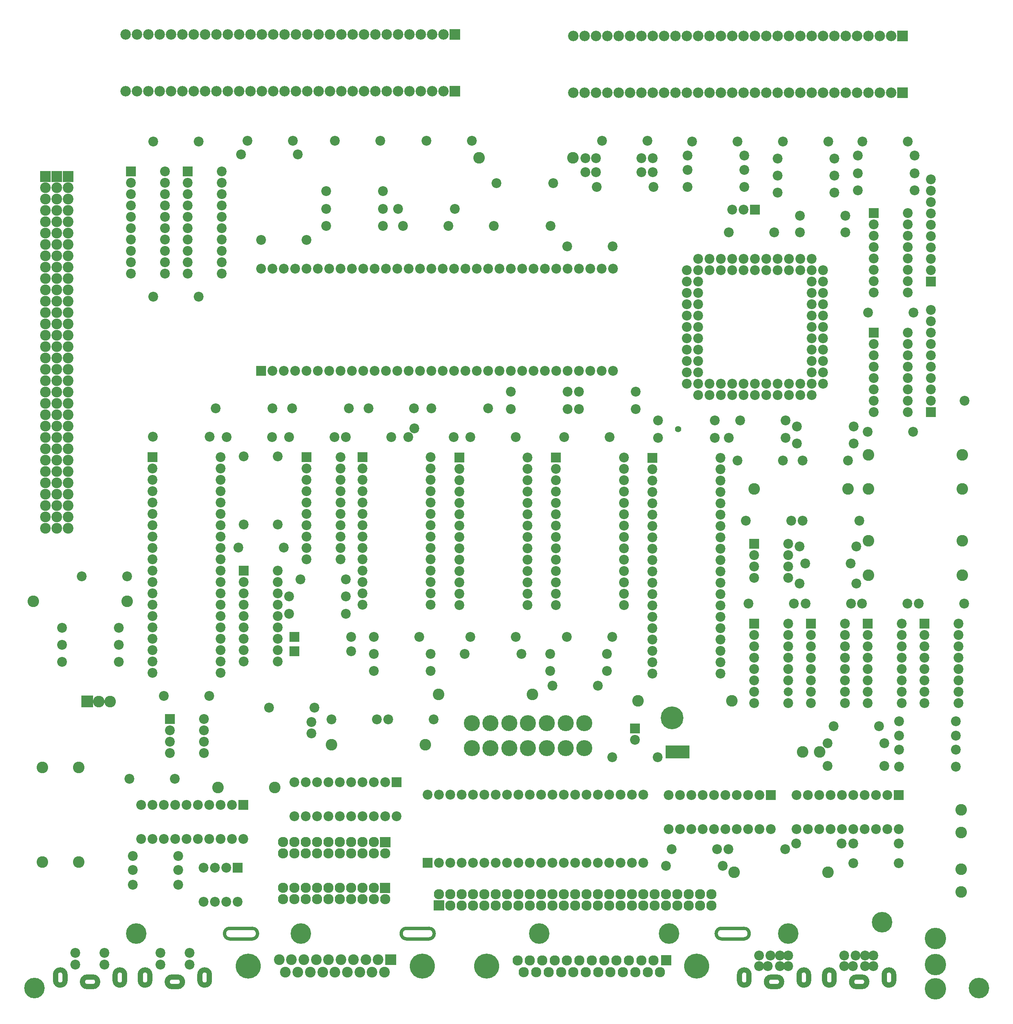
<source format=gbr>
%FSLAX34Y34*%
%MOMM*%
%LNSOLDERMASK_TOP*%
G71*
G01*
%ADD10C,2.200*%
%ADD11C,2.300*%
%ADD12C,2.000*%
%ADD13C,2.400*%
%ADD14C,2.200*%
%ADD15C,2.350*%
%ADD16C,3.600*%
%ADD17C,2.600*%
%ADD18C,2.600*%
%ADD19C,5.600*%
%ADD20C,5.100*%
%ADD21C,4.800*%
%ADD22C,1.400*%
%ADD23C,4.600*%
%ADD24C,1.200*%
%ADD25C,2.200*%
%ADD26C,0.800*%
%LPD*%
G36*
X373576Y678275D02*
X373576Y656275D01*
X351576Y656275D01*
X351576Y678275D01*
X373576Y678275D01*
G37*
X362576Y641875D02*
G54D10*
D03*
X362576Y616475D02*
G54D10*
D03*
X362575Y591075D02*
G54D10*
D03*
X438776Y591075D02*
G54D10*
D03*
X438776Y616475D02*
G54D10*
D03*
X438776Y641875D02*
G54D10*
D03*
X438775Y667275D02*
G54D10*
D03*
G36*
X537653Y464456D02*
X515653Y464456D01*
X515653Y486456D01*
X537653Y486456D01*
X537653Y464456D01*
G37*
X501253Y475456D02*
G54D10*
D03*
X475853Y475456D02*
G54D10*
D03*
X450453Y475456D02*
G54D10*
D03*
X425053Y475456D02*
G54D10*
D03*
X399653Y475456D02*
G54D10*
D03*
X374253Y475456D02*
G54D10*
D03*
X348853Y475456D02*
G54D10*
D03*
X323453Y475456D02*
G54D10*
D03*
X298053Y475456D02*
G54D10*
D03*
X298053Y399256D02*
G54D10*
D03*
X323453Y399256D02*
G54D10*
D03*
X348853Y399256D02*
G54D10*
D03*
X374253Y399256D02*
G54D10*
D03*
X399653Y399256D02*
G54D10*
D03*
X425053Y399256D02*
G54D10*
D03*
X450453Y399256D02*
G54D10*
D03*
X475853Y399256D02*
G54D10*
D03*
X501253Y399256D02*
G54D10*
D03*
X526653Y399256D02*
G54D10*
D03*
G36*
X525450Y324000D02*
X503450Y324000D01*
X503450Y346000D01*
X525450Y346000D01*
X525450Y324000D01*
G37*
X489050Y335000D02*
G54D10*
D03*
X463650Y335000D02*
G54D10*
D03*
X438250Y335000D02*
G54D10*
D03*
X438250Y258800D02*
G54D10*
D03*
X463650Y258800D02*
G54D10*
D03*
X489050Y258800D02*
G54D10*
D03*
X514450Y258800D02*
G54D10*
D03*
G36*
X880703Y515000D02*
X858703Y515000D01*
X858703Y537000D01*
X880703Y537000D01*
X880703Y515000D01*
G37*
X844303Y526000D02*
G54D10*
D03*
X818903Y526000D02*
G54D10*
D03*
X793503Y526000D02*
G54D10*
D03*
X768103Y526000D02*
G54D10*
D03*
X742703Y526000D02*
G54D10*
D03*
X717303Y526000D02*
G54D10*
D03*
X691903Y526000D02*
G54D10*
D03*
X666503Y526000D02*
G54D10*
D03*
X641103Y526000D02*
G54D10*
D03*
X641103Y449800D02*
G54D10*
D03*
X666503Y449800D02*
G54D10*
D03*
X691903Y449800D02*
G54D10*
D03*
X717303Y449800D02*
G54D10*
D03*
X742703Y449800D02*
G54D10*
D03*
X768103Y449800D02*
G54D10*
D03*
X793503Y449800D02*
G54D10*
D03*
X818903Y449800D02*
G54D10*
D03*
X844303Y449800D02*
G54D10*
D03*
X869703Y449800D02*
G54D10*
D03*
G36*
X856100Y380500D02*
X833100Y380500D01*
X833100Y403500D01*
X856100Y403500D01*
X856100Y380500D01*
G37*
X844600Y366600D02*
G54D11*
D03*
X819200Y392000D02*
G54D11*
D03*
X819200Y366600D02*
G54D11*
D03*
X793800Y392000D02*
G54D11*
D03*
X793800Y366600D02*
G54D11*
D03*
X768400Y392000D02*
G54D11*
D03*
X768400Y366600D02*
G54D11*
D03*
X743000Y392000D02*
G54D11*
D03*
X743000Y366600D02*
G54D11*
D03*
X717600Y392000D02*
G54D11*
D03*
X717600Y366600D02*
G54D11*
D03*
X692200Y392000D02*
G54D11*
D03*
X692200Y366600D02*
G54D11*
D03*
X666800Y392000D02*
G54D11*
D03*
X666800Y366600D02*
G54D11*
D03*
X641400Y392000D02*
G54D11*
D03*
X641400Y366600D02*
G54D11*
D03*
X616000Y392000D02*
G54D11*
D03*
X616000Y366600D02*
G54D11*
D03*
G36*
X855850Y278000D02*
X832850Y278000D01*
X832850Y301000D01*
X855850Y301000D01*
X855850Y278000D01*
G37*
X844350Y264100D02*
G54D11*
D03*
X818950Y289500D02*
G54D11*
D03*
X818950Y264100D02*
G54D11*
D03*
X793550Y289500D02*
G54D11*
D03*
X793550Y264100D02*
G54D11*
D03*
X768150Y289500D02*
G54D11*
D03*
X768150Y264100D02*
G54D11*
D03*
X742750Y289500D02*
G54D11*
D03*
X742750Y264100D02*
G54D11*
D03*
X717350Y289500D02*
G54D11*
D03*
X717350Y264100D02*
G54D11*
D03*
X691950Y289500D02*
G54D11*
D03*
X691950Y264100D02*
G54D11*
D03*
X666550Y289500D02*
G54D11*
D03*
X666550Y264100D02*
G54D11*
D03*
X641150Y289500D02*
G54D11*
D03*
X641150Y264100D02*
G54D11*
D03*
X615750Y289500D02*
G54D11*
D03*
X615750Y264100D02*
G54D11*
D03*
G36*
X679250Y1264500D02*
X679250Y1242500D01*
X657250Y1242500D01*
X657250Y1264500D01*
X679250Y1264500D01*
G37*
X668250Y1228100D02*
G54D10*
D03*
X668250Y1202700D02*
G54D10*
D03*
X668250Y1177300D02*
G54D10*
D03*
X668250Y1151900D02*
G54D10*
D03*
X668250Y1126500D02*
G54D10*
D03*
X668250Y1101100D02*
G54D10*
D03*
X668250Y1075700D02*
G54D10*
D03*
X668250Y1050300D02*
G54D10*
D03*
X668250Y1024900D02*
G54D10*
D03*
X744450Y1024900D02*
G54D10*
D03*
X744450Y1050300D02*
G54D10*
D03*
X744450Y1075700D02*
G54D10*
D03*
X744450Y1101100D02*
G54D10*
D03*
X744450Y1126500D02*
G54D10*
D03*
X744450Y1151900D02*
G54D10*
D03*
X744450Y1177300D02*
G54D10*
D03*
X744450Y1202700D02*
G54D10*
D03*
X744450Y1228100D02*
G54D10*
D03*
X744450Y1253500D02*
G54D10*
D03*
X604200Y1254750D02*
G54D10*
D03*
X604200Y1102350D02*
G54D10*
D03*
X528000Y1102350D02*
G54D10*
D03*
X528000Y1254750D02*
G54D10*
D03*
G36*
X334850Y1263934D02*
X334850Y1241934D01*
X312850Y1241934D01*
X312850Y1263934D01*
X334850Y1263934D01*
G37*
X323850Y1227534D02*
G54D10*
D03*
X323850Y1202134D02*
G54D10*
D03*
X323850Y1176734D02*
G54D10*
D03*
X323850Y1151334D02*
G54D10*
D03*
X323850Y1125934D02*
G54D10*
D03*
X323850Y1100534D02*
G54D10*
D03*
X323850Y1075134D02*
G54D10*
D03*
X323850Y1049734D02*
G54D10*
D03*
X323850Y1024334D02*
G54D10*
D03*
X323850Y998934D02*
G54D10*
D03*
X323850Y973534D02*
G54D10*
D03*
X323850Y948134D02*
G54D10*
D03*
X323850Y922734D02*
G54D10*
D03*
X323850Y897334D02*
G54D10*
D03*
X323850Y871934D02*
G54D10*
D03*
X323850Y846534D02*
G54D10*
D03*
X323850Y821134D02*
G54D10*
D03*
X323850Y795734D02*
G54D10*
D03*
X323850Y770334D02*
G54D10*
D03*
X476250Y770334D02*
G54D10*
D03*
X476250Y795734D02*
G54D10*
D03*
X476250Y821134D02*
G54D10*
D03*
X476250Y846534D02*
G54D10*
D03*
X476250Y871934D02*
G54D10*
D03*
X476250Y897334D02*
G54D10*
D03*
X476250Y922734D02*
G54D10*
D03*
X476250Y948134D02*
G54D10*
D03*
X476250Y973534D02*
G54D10*
D03*
X476250Y998934D02*
G54D10*
D03*
X476250Y1024334D02*
G54D10*
D03*
X476250Y1049734D02*
G54D10*
D03*
X476250Y1075134D02*
G54D10*
D03*
X476250Y1100534D02*
G54D10*
D03*
X476250Y1125934D02*
G54D10*
D03*
X476250Y1151334D02*
G54D10*
D03*
X476250Y1176734D02*
G54D10*
D03*
X476250Y1202134D02*
G54D10*
D03*
X476250Y1227534D02*
G54D10*
D03*
X476250Y1252934D02*
G54D10*
D03*
G36*
X953250Y261850D02*
X976250Y261850D01*
X976250Y238850D01*
X953250Y238850D01*
X953250Y261850D01*
G37*
X964750Y275750D02*
G54D11*
D03*
X990150Y250350D02*
G54D11*
D03*
X990150Y275750D02*
G54D11*
D03*
X1015550Y250350D02*
G54D11*
D03*
X1015550Y275750D02*
G54D11*
D03*
X1040950Y250350D02*
G54D11*
D03*
X1040950Y275750D02*
G54D11*
D03*
X1066350Y250350D02*
G54D11*
D03*
X1066350Y275750D02*
G54D11*
D03*
X1091750Y250350D02*
G54D11*
D03*
X1091750Y275750D02*
G54D11*
D03*
X1117150Y250350D02*
G54D11*
D03*
X1117150Y275750D02*
G54D11*
D03*
X1142550Y250350D02*
G54D11*
D03*
X1142550Y275750D02*
G54D11*
D03*
X1167950Y250350D02*
G54D11*
D03*
X1167950Y275750D02*
G54D11*
D03*
X1193350Y250350D02*
G54D11*
D03*
X1193350Y275750D02*
G54D11*
D03*
X1218750Y250350D02*
G54D11*
D03*
X1218750Y275750D02*
G54D11*
D03*
X1244150Y250350D02*
G54D11*
D03*
X1244150Y275750D02*
G54D11*
D03*
X1269550Y250350D02*
G54D11*
D03*
X1269550Y275750D02*
G54D11*
D03*
X1294950Y250350D02*
G54D11*
D03*
X1294950Y275750D02*
G54D11*
D03*
X1320350Y250350D02*
G54D11*
D03*
X1320350Y275750D02*
G54D11*
D03*
X1345750Y250350D02*
G54D11*
D03*
X1345750Y275750D02*
G54D11*
D03*
X1371150Y250350D02*
G54D11*
D03*
X1371150Y275750D02*
G54D11*
D03*
X1396550Y250350D02*
G54D11*
D03*
X1396550Y275750D02*
G54D11*
D03*
X1421950Y250350D02*
G54D11*
D03*
X1421950Y275750D02*
G54D11*
D03*
X1447350Y250350D02*
G54D11*
D03*
X1447350Y275750D02*
G54D11*
D03*
X1472750Y250350D02*
G54D11*
D03*
X1472750Y275750D02*
G54D11*
D03*
X1498150Y250350D02*
G54D11*
D03*
X1498150Y275750D02*
G54D11*
D03*
X1523550Y250350D02*
G54D11*
D03*
X1523550Y275750D02*
G54D11*
D03*
X1548950Y250350D02*
G54D11*
D03*
X1548950Y275750D02*
G54D11*
D03*
X1574350Y250350D02*
G54D11*
D03*
X1574350Y275750D02*
G54D11*
D03*
G36*
X928603Y357012D02*
X950603Y357012D01*
X950603Y335012D01*
X928603Y335012D01*
X928603Y357012D01*
G37*
X965003Y346012D02*
G54D10*
D03*
X990403Y346012D02*
G54D10*
D03*
X1015803Y346012D02*
G54D10*
D03*
X1041203Y346012D02*
G54D10*
D03*
X1066603Y346012D02*
G54D10*
D03*
X1092003Y346012D02*
G54D10*
D03*
X1117403Y346012D02*
G54D10*
D03*
X1142803Y346012D02*
G54D10*
D03*
X1168203Y346012D02*
G54D10*
D03*
X1193603Y346012D02*
G54D10*
D03*
X1219003Y346012D02*
G54D10*
D03*
X1244403Y346012D02*
G54D10*
D03*
X1269803Y346012D02*
G54D10*
D03*
X1295203Y346012D02*
G54D10*
D03*
X1320603Y346012D02*
G54D10*
D03*
X1346003Y346012D02*
G54D10*
D03*
X1371403Y346012D02*
G54D10*
D03*
X1396803Y346012D02*
G54D10*
D03*
X1422203Y346012D02*
G54D10*
D03*
X1422203Y498412D02*
G54D10*
D03*
X1396803Y498412D02*
G54D10*
D03*
X1371403Y498412D02*
G54D10*
D03*
X1346003Y498412D02*
G54D10*
D03*
X1320603Y498412D02*
G54D10*
D03*
X1295203Y498412D02*
G54D10*
D03*
X1269803Y498412D02*
G54D10*
D03*
X1244403Y498412D02*
G54D10*
D03*
X1219003Y498412D02*
G54D10*
D03*
X1193603Y498412D02*
G54D10*
D03*
X1168203Y498413D02*
G54D10*
D03*
X1142803Y498412D02*
G54D10*
D03*
X1117403Y498412D02*
G54D10*
D03*
X1092003Y498412D02*
G54D10*
D03*
X1066603Y498412D02*
G54D10*
D03*
X1041203Y498412D02*
G54D10*
D03*
X1015803Y498412D02*
G54D10*
D03*
X990403Y498412D02*
G54D10*
D03*
X965003Y498412D02*
G54D10*
D03*
X939603Y498412D02*
G54D10*
D03*
G36*
X1718703Y486206D02*
X1696703Y486206D01*
X1696703Y508206D01*
X1718703Y508206D01*
X1718703Y486206D01*
G37*
X1682303Y497206D02*
G54D10*
D03*
X1656903Y497206D02*
G54D10*
D03*
X1631503Y497206D02*
G54D10*
D03*
X1606103Y497206D02*
G54D10*
D03*
X1580703Y497206D02*
G54D10*
D03*
X1555303Y497206D02*
G54D10*
D03*
X1529903Y497206D02*
G54D10*
D03*
X1504503Y497206D02*
G54D10*
D03*
X1479103Y497206D02*
G54D10*
D03*
X1479103Y421006D02*
G54D10*
D03*
X1504503Y421006D02*
G54D10*
D03*
X1529903Y421006D02*
G54D10*
D03*
X1555303Y421006D02*
G54D10*
D03*
X1580703Y421006D02*
G54D10*
D03*
X1606103Y421006D02*
G54D10*
D03*
X1631503Y421006D02*
G54D10*
D03*
X1656903Y421006D02*
G54D10*
D03*
X1682303Y421006D02*
G54D10*
D03*
X1707703Y421006D02*
G54D10*
D03*
G36*
X2004453Y486206D02*
X1982453Y486206D01*
X1982453Y508206D01*
X2004453Y508206D01*
X2004453Y486206D01*
G37*
X1968053Y497206D02*
G54D10*
D03*
X1942653Y497206D02*
G54D10*
D03*
X1917253Y497206D02*
G54D10*
D03*
X1891853Y497206D02*
G54D10*
D03*
X1866453Y497206D02*
G54D10*
D03*
X1841053Y497206D02*
G54D10*
D03*
X1815653Y497206D02*
G54D10*
D03*
X1790253Y497206D02*
G54D10*
D03*
X1764853Y497206D02*
G54D10*
D03*
X1764853Y421006D02*
G54D10*
D03*
X1790253Y421006D02*
G54D10*
D03*
X1815653Y421006D02*
G54D10*
D03*
X1841053Y421006D02*
G54D10*
D03*
X1866453Y421006D02*
G54D10*
D03*
X1891853Y421006D02*
G54D10*
D03*
X1917253Y421006D02*
G54D10*
D03*
X1942653Y421006D02*
G54D10*
D03*
X1968053Y421006D02*
G54D10*
D03*
X1993453Y421006D02*
G54D10*
D03*
G36*
X2062050Y892062D02*
X2062050Y870062D01*
X2040050Y870062D01*
X2040050Y892062D01*
X2062050Y892062D01*
G37*
X2051050Y855662D02*
G54D10*
D03*
X2051050Y830262D02*
G54D10*
D03*
X2051050Y804862D02*
G54D10*
D03*
X2051050Y779462D02*
G54D10*
D03*
X2051050Y754062D02*
G54D10*
D03*
X2051050Y728662D02*
G54D10*
D03*
X2051050Y703262D02*
G54D10*
D03*
X2127251Y703262D02*
G54D10*
D03*
X2127251Y728662D02*
G54D10*
D03*
X2127251Y754062D02*
G54D10*
D03*
X2127251Y779462D02*
G54D10*
D03*
X2127251Y804862D02*
G54D10*
D03*
X2127251Y830262D02*
G54D10*
D03*
X2127251Y855662D02*
G54D10*
D03*
X2127251Y881062D02*
G54D10*
D03*
G36*
X1935050Y892062D02*
X1935050Y870062D01*
X1913050Y870062D01*
X1913050Y892062D01*
X1935050Y892062D01*
G37*
X1924050Y855662D02*
G54D10*
D03*
X1924050Y830262D02*
G54D10*
D03*
X1924050Y804863D02*
G54D10*
D03*
X1924050Y779463D02*
G54D10*
D03*
X1924050Y754062D02*
G54D10*
D03*
X1924050Y728662D02*
G54D10*
D03*
X1924050Y703262D02*
G54D10*
D03*
X2000250Y703262D02*
G54D10*
D03*
X2000250Y728662D02*
G54D10*
D03*
X2000250Y754062D02*
G54D10*
D03*
X2000250Y779462D02*
G54D10*
D03*
X2000250Y804862D02*
G54D10*
D03*
X2000250Y830262D02*
G54D10*
D03*
X2000250Y855662D02*
G54D10*
D03*
X2000250Y881062D02*
G54D10*
D03*
G36*
X1808050Y892062D02*
X1808050Y870062D01*
X1786050Y870062D01*
X1786050Y892062D01*
X1808050Y892062D01*
G37*
X1797050Y855662D02*
G54D10*
D03*
X1797050Y830262D02*
G54D10*
D03*
X1797050Y804862D02*
G54D10*
D03*
X1797050Y779462D02*
G54D10*
D03*
X1797050Y754062D02*
G54D10*
D03*
X1797050Y728662D02*
G54D10*
D03*
X1797050Y703262D02*
G54D10*
D03*
X1873250Y703262D02*
G54D10*
D03*
X1873250Y728662D02*
G54D10*
D03*
X1873250Y754062D02*
G54D10*
D03*
X1873250Y779462D02*
G54D10*
D03*
X1873250Y804862D02*
G54D10*
D03*
X1873250Y830262D02*
G54D10*
D03*
X1873250Y855662D02*
G54D10*
D03*
X1873250Y881062D02*
G54D10*
D03*
G36*
X1681050Y892062D02*
X1681050Y870062D01*
X1659050Y870062D01*
X1659050Y892062D01*
X1681050Y892062D01*
G37*
X1670050Y855663D02*
G54D10*
D03*
X1670050Y830262D02*
G54D10*
D03*
X1670050Y804862D02*
G54D10*
D03*
X1670050Y779462D02*
G54D10*
D03*
X1670050Y754062D02*
G54D10*
D03*
X1670050Y728662D02*
G54D10*
D03*
X1670050Y703262D02*
G54D10*
D03*
X1746250Y703262D02*
G54D10*
D03*
X1746250Y728662D02*
G54D12*
D03*
X1746250Y754062D02*
G54D10*
D03*
X1746250Y779463D02*
G54D10*
D03*
X1746250Y804862D02*
G54D10*
D03*
X1746250Y830263D02*
G54D10*
D03*
X1746250Y855662D02*
G54D10*
D03*
X1746250Y881062D02*
G54D10*
D03*
G36*
X1681447Y1070656D02*
X1681447Y1048656D01*
X1659447Y1048656D01*
X1659447Y1070656D01*
X1681447Y1070656D01*
G37*
X1670447Y1034256D02*
G54D10*
D03*
X1670447Y1008856D02*
G54D10*
D03*
X1670447Y983456D02*
G54D10*
D03*
X1746647Y983456D02*
G54D10*
D03*
X1746647Y1008856D02*
G54D10*
D03*
X1746647Y1034256D02*
G54D10*
D03*
X1746647Y1059656D02*
G54D10*
D03*
G36*
X1453244Y1262744D02*
X1453244Y1240744D01*
X1431244Y1240744D01*
X1431244Y1262744D01*
X1453244Y1262744D01*
G37*
X1442244Y1226344D02*
G54D10*
D03*
X1442244Y1200944D02*
G54D10*
D03*
X1442244Y1175544D02*
G54D10*
D03*
X1442244Y1150144D02*
G54D10*
D03*
X1442244Y1124744D02*
G54D10*
D03*
X1442244Y1099344D02*
G54D10*
D03*
X1442244Y1073944D02*
G54D10*
D03*
X1442244Y1048544D02*
G54D10*
D03*
X1442244Y1023144D02*
G54D10*
D03*
X1442244Y997744D02*
G54D10*
D03*
X1442244Y972344D02*
G54D10*
D03*
X1442244Y946944D02*
G54D10*
D03*
X1442244Y921544D02*
G54D10*
D03*
X1442244Y896144D02*
G54D10*
D03*
X1442244Y870744D02*
G54D10*
D03*
X1442244Y845344D02*
G54D10*
D03*
X1442244Y819944D02*
G54D10*
D03*
X1442244Y794544D02*
G54D10*
D03*
X1442244Y769144D02*
G54D10*
D03*
X1594644Y769144D02*
G54D10*
D03*
X1594644Y794544D02*
G54D10*
D03*
X1594644Y819944D02*
G54D10*
D03*
X1594644Y845344D02*
G54D10*
D03*
X1594644Y870744D02*
G54D10*
D03*
X1594644Y896144D02*
G54D10*
D03*
X1594644Y921544D02*
G54D10*
D03*
X1594644Y946944D02*
G54D10*
D03*
X1594644Y972344D02*
G54D10*
D03*
X1594644Y997744D02*
G54D10*
D03*
X1594644Y1023144D02*
G54D10*
D03*
X1594644Y1048544D02*
G54D10*
D03*
X1594644Y1073944D02*
G54D10*
D03*
X1594644Y1099344D02*
G54D10*
D03*
X1594644Y1124744D02*
G54D10*
D03*
X1594644Y1150144D02*
G54D10*
D03*
X1594644Y1175544D02*
G54D10*
D03*
X1594644Y1200944D02*
G54D10*
D03*
X1594644Y1226344D02*
G54D10*
D03*
X1594644Y1251744D02*
G54D10*
D03*
G36*
X1237741Y1263141D02*
X1237741Y1241141D01*
X1215741Y1241141D01*
X1215741Y1263141D01*
X1237741Y1263141D01*
G37*
X1226741Y1226741D02*
G54D10*
D03*
X1226741Y1201341D02*
G54D10*
D03*
X1226741Y1175941D02*
G54D10*
D03*
X1226741Y1150541D02*
G54D10*
D03*
X1226741Y1125141D02*
G54D10*
D03*
X1226741Y1099741D02*
G54D10*
D03*
X1226741Y1074341D02*
G54D10*
D03*
X1226741Y1048941D02*
G54D10*
D03*
X1226741Y1023541D02*
G54D10*
D03*
X1226741Y998141D02*
G54D10*
D03*
X1226741Y972741D02*
G54D10*
D03*
X1226741Y947341D02*
G54D10*
D03*
X1226741Y921941D02*
G54D10*
D03*
X1379141Y921941D02*
G54D10*
D03*
X1379141Y947341D02*
G54D10*
D03*
X1379141Y972741D02*
G54D10*
D03*
X1379141Y998141D02*
G54D10*
D03*
X1379141Y1023541D02*
G54D10*
D03*
X1379141Y1048941D02*
G54D10*
D03*
X1379141Y1074341D02*
G54D10*
D03*
X1379141Y1099741D02*
G54D10*
D03*
X1379141Y1125141D02*
G54D10*
D03*
X1379141Y1150541D02*
G54D10*
D03*
X1379141Y1175941D02*
G54D10*
D03*
X1379141Y1201341D02*
G54D10*
D03*
X1379141Y1226741D02*
G54D10*
D03*
X1379141Y1252141D02*
G54D10*
D03*
G36*
X1021841Y1263538D02*
X1021841Y1241538D01*
X999841Y1241538D01*
X999841Y1263538D01*
X1021841Y1263538D01*
G37*
X1010841Y1227138D02*
G54D10*
D03*
X1010841Y1201738D02*
G54D10*
D03*
X1010841Y1176338D02*
G54D10*
D03*
X1010841Y1150938D02*
G54D10*
D03*
X1010841Y1125538D02*
G54D10*
D03*
X1010841Y1100138D02*
G54D10*
D03*
X1010841Y1074738D02*
G54D10*
D03*
X1010841Y1049338D02*
G54D10*
D03*
X1010841Y1023938D02*
G54D10*
D03*
X1010841Y998538D02*
G54D10*
D03*
X1010841Y973138D02*
G54D10*
D03*
X1010841Y947738D02*
G54D10*
D03*
X1010841Y922337D02*
G54D10*
D03*
X1163241Y922338D02*
G54D10*
D03*
X1163241Y947738D02*
G54D10*
D03*
X1163241Y973138D02*
G54D10*
D03*
X1163241Y998538D02*
G54D10*
D03*
X1163241Y1023938D02*
G54D10*
D03*
X1163241Y1049338D02*
G54D10*
D03*
X1163241Y1074738D02*
G54D10*
D03*
X1163241Y1100138D02*
G54D10*
D03*
X1163241Y1125538D02*
G54D10*
D03*
X1163241Y1150938D02*
G54D10*
D03*
X1163241Y1176338D02*
G54D10*
D03*
X1163241Y1201738D02*
G54D10*
D03*
X1163241Y1227138D02*
G54D10*
D03*
X1163241Y1252538D02*
G54D10*
D03*
G36*
X805147Y1263934D02*
X805147Y1241934D01*
X783147Y1241934D01*
X783147Y1263934D01*
X805147Y1263934D01*
G37*
X794147Y1227534D02*
G54D10*
D03*
X794147Y1202134D02*
G54D10*
D03*
X794147Y1176734D02*
G54D10*
D03*
X794147Y1151334D02*
G54D10*
D03*
X794147Y1125934D02*
G54D10*
D03*
X794147Y1100534D02*
G54D10*
D03*
X794147Y1075134D02*
G54D10*
D03*
X794147Y1049734D02*
G54D10*
D03*
X794147Y1024334D02*
G54D10*
D03*
X794147Y998934D02*
G54D10*
D03*
X794147Y973534D02*
G54D10*
D03*
X794147Y948134D02*
G54D10*
D03*
X794147Y922734D02*
G54D10*
D03*
X946547Y922734D02*
G54D10*
D03*
X946547Y948134D02*
G54D10*
D03*
X946547Y973534D02*
G54D10*
D03*
X946547Y998934D02*
G54D10*
D03*
X946547Y1024334D02*
G54D10*
D03*
X946547Y1049734D02*
G54D10*
D03*
X946547Y1075134D02*
G54D10*
D03*
X946547Y1100534D02*
G54D10*
D03*
X946547Y1125934D02*
G54D10*
D03*
X946547Y1151334D02*
G54D10*
D03*
X946547Y1176734D02*
G54D10*
D03*
X946547Y1202134D02*
G54D10*
D03*
X946547Y1227534D02*
G54D10*
D03*
X946547Y1252934D02*
G54D10*
D03*
G36*
X538844Y1009934D02*
X538844Y987934D01*
X516844Y987934D01*
X516844Y1009934D01*
X538844Y1009934D01*
G37*
X527844Y973534D02*
G54D10*
D03*
X527844Y948134D02*
G54D10*
D03*
X527844Y922734D02*
G54D10*
D03*
X527844Y897334D02*
G54D10*
D03*
X527844Y871934D02*
G54D10*
D03*
X527844Y846534D02*
G54D10*
D03*
X527844Y821134D02*
G54D10*
D03*
X527844Y795734D02*
G54D10*
D03*
X604044Y795734D02*
G54D10*
D03*
X604044Y821134D02*
G54D10*
D03*
X604044Y846534D02*
G54D10*
D03*
X604044Y871934D02*
G54D10*
D03*
X604044Y897334D02*
G54D10*
D03*
X604044Y922734D02*
G54D10*
D03*
X604044Y948134D02*
G54D10*
D03*
X604044Y973534D02*
G54D10*
D03*
X604044Y998934D02*
G54D10*
D03*
G36*
X1948544Y1542938D02*
X1948544Y1520938D01*
X1926544Y1520938D01*
X1926544Y1542938D01*
X1948544Y1542938D01*
G37*
X1937544Y1506538D02*
G54D10*
D03*
X1937544Y1481138D02*
G54D10*
D03*
X1937544Y1455738D02*
G54D10*
D03*
X1937544Y1430338D02*
G54D10*
D03*
X1937544Y1404938D02*
G54D10*
D03*
X1937544Y1379538D02*
G54D10*
D03*
X1937544Y1354138D02*
G54D10*
D03*
X2013743Y1354138D02*
G54D10*
D03*
X2013743Y1379538D02*
G54D10*
D03*
X2013743Y1404938D02*
G54D10*
D03*
X2013743Y1430338D02*
G54D10*
D03*
X2013743Y1455738D02*
G54D10*
D03*
X2013743Y1481138D02*
G54D10*
D03*
X2013743Y1506538D02*
G54D10*
D03*
X2013743Y1531938D02*
G54D10*
D03*
G36*
X1948941Y1810431D02*
X1948941Y1788431D01*
X1926941Y1788431D01*
X1926941Y1810431D01*
X1948941Y1810431D01*
G37*
X1937941Y1774031D02*
G54D10*
D03*
X1937941Y1748631D02*
G54D10*
D03*
X1937941Y1723231D02*
G54D10*
D03*
X1937941Y1697831D02*
G54D10*
D03*
X1937941Y1672431D02*
G54D10*
D03*
X1937941Y1647031D02*
G54D10*
D03*
X1937941Y1621631D02*
G54D10*
D03*
X2014140Y1621631D02*
G54D10*
D03*
X2014140Y1647031D02*
G54D10*
D03*
X2014140Y1672431D02*
G54D10*
D03*
X2014140Y1697831D02*
G54D10*
D03*
X2014140Y1723231D02*
G54D10*
D03*
X2014140Y1748631D02*
G54D10*
D03*
X2014140Y1774031D02*
G54D10*
D03*
X2014140Y1799431D02*
G54D10*
D03*
G36*
X1683034Y1796369D02*
X1661034Y1796369D01*
X1661034Y1818369D01*
X1683034Y1818369D01*
X1683034Y1796369D01*
G37*
X1646635Y1807369D02*
G54D10*
D03*
X1621234Y1807369D02*
G54D10*
D03*
G36*
X413431Y1903300D02*
X413431Y1881300D01*
X391431Y1881300D01*
X391431Y1903300D01*
X413431Y1903300D01*
G37*
X402431Y1866900D02*
G54D10*
D03*
X402431Y1841500D02*
G54D10*
D03*
X402431Y1816100D02*
G54D10*
D03*
X402431Y1790700D02*
G54D10*
D03*
X402431Y1765300D02*
G54D10*
D03*
X402431Y1739900D02*
G54D10*
D03*
X402431Y1714500D02*
G54D10*
D03*
X402431Y1689100D02*
G54D10*
D03*
X402431Y1663700D02*
G54D10*
D03*
X478631Y1663700D02*
G54D10*
D03*
X478631Y1689100D02*
G54D10*
D03*
X478631Y1714500D02*
G54D10*
D03*
X478631Y1739900D02*
G54D10*
D03*
X478631Y1765300D02*
G54D10*
D03*
X478631Y1790700D02*
G54D10*
D03*
X478631Y1816100D02*
G54D10*
D03*
X478631Y1841500D02*
G54D10*
D03*
X478631Y1866900D02*
G54D10*
D03*
X478631Y1892300D02*
G54D10*
D03*
G36*
X286431Y1903300D02*
X286431Y1881300D01*
X264431Y1881300D01*
X264431Y1903300D01*
X286431Y1903300D01*
G37*
X275431Y1866900D02*
G54D10*
D03*
X275431Y1841500D02*
G54D10*
D03*
X275431Y1816100D02*
G54D10*
D03*
X275431Y1790700D02*
G54D10*
D03*
X275431Y1765300D02*
G54D10*
D03*
X275431Y1739900D02*
G54D10*
D03*
X275431Y1714500D02*
G54D10*
D03*
X275431Y1689100D02*
G54D10*
D03*
X275431Y1663700D02*
G54D10*
D03*
X351631Y1663700D02*
G54D10*
D03*
X351631Y1689100D02*
G54D10*
D03*
X351631Y1714500D02*
G54D10*
D03*
X351631Y1739900D02*
G54D10*
D03*
X351631Y1765300D02*
G54D10*
D03*
X351631Y1790700D02*
G54D10*
D03*
X351631Y1816100D02*
G54D10*
D03*
X351631Y1841500D02*
G54D10*
D03*
X351631Y1866900D02*
G54D10*
D03*
X351631Y1892300D02*
G54D10*
D03*
G36*
X577738Y1435212D02*
X555738Y1435212D01*
X555738Y1457212D01*
X577738Y1457212D01*
X577738Y1435212D01*
G37*
X592138Y1446212D02*
G54D10*
D03*
X617538Y1446212D02*
G54D10*
D03*
X642938Y1446212D02*
G54D10*
D03*
X668338Y1446212D02*
G54D10*
D03*
X693738Y1446212D02*
G54D10*
D03*
X719138Y1446212D02*
G54D10*
D03*
X744538Y1446212D02*
G54D10*
D03*
X769938Y1446212D02*
G54D10*
D03*
X795338Y1446212D02*
G54D10*
D03*
X820738Y1446212D02*
G54D10*
D03*
X846138Y1446212D02*
G54D10*
D03*
X871538Y1446212D02*
G54D10*
D03*
X896937Y1446212D02*
G54D10*
D03*
X922338Y1446212D02*
G54D10*
D03*
X947738Y1446212D02*
G54D10*
D03*
X973138Y1446212D02*
G54D10*
D03*
X998538Y1446212D02*
G54D10*
D03*
X1023938Y1446212D02*
G54D10*
D03*
X1049338Y1446212D02*
G54D10*
D03*
X1074738Y1446212D02*
G54D10*
D03*
X1100138Y1446212D02*
G54D10*
D03*
X1125538Y1446212D02*
G54D10*
D03*
X1150938Y1446212D02*
G54D10*
D03*
X1176338Y1446212D02*
G54D10*
D03*
X1201738Y1446212D02*
G54D10*
D03*
X1227138Y1446212D02*
G54D10*
D03*
X1252538Y1446212D02*
G54D10*
D03*
X1277938Y1446212D02*
G54D10*
D03*
X1303338Y1446212D02*
G54D10*
D03*
X1328738Y1446212D02*
G54D10*
D03*
X566738Y1674812D02*
G54D10*
D03*
X592138Y1674812D02*
G54D10*
D03*
X617538Y1674812D02*
G54D10*
D03*
X642938Y1674812D02*
G54D10*
D03*
X668338Y1674812D02*
G54D10*
D03*
X693738Y1674812D02*
G54D10*
D03*
X744538Y1674812D02*
G54D10*
D03*
X719138Y1674812D02*
G54D10*
D03*
X769938Y1674812D02*
G54D10*
D03*
X795338Y1674812D02*
G54D10*
D03*
X820738Y1674812D02*
G54D10*
D03*
X846137Y1674812D02*
G54D10*
D03*
X871538Y1674812D02*
G54D10*
D03*
X896938Y1674812D02*
G54D10*
D03*
X922338Y1674812D02*
G54D10*
D03*
X947738Y1674812D02*
G54D10*
D03*
X973138Y1674812D02*
G54D10*
D03*
X998538Y1674812D02*
G54D10*
D03*
X1023938Y1674812D02*
G54D10*
D03*
X1049338Y1674812D02*
G54D10*
D03*
X1074738Y1674812D02*
G54D10*
D03*
X1100138Y1674812D02*
G54D10*
D03*
X1125538Y1674812D02*
G54D10*
D03*
X1150938Y1674812D02*
G54D10*
D03*
X1176338Y1674812D02*
G54D10*
D03*
X1201738Y1674812D02*
G54D10*
D03*
X1227138Y1674812D02*
G54D10*
D03*
X1252538Y1674812D02*
G54D10*
D03*
X1277938Y1674812D02*
G54D10*
D03*
X1303338Y1674812D02*
G54D10*
D03*
X1328738Y1674812D02*
G54D10*
D03*
X1354138Y1674812D02*
G54D10*
D03*
X1354138Y1446212D02*
G54D10*
D03*
G36*
X72138Y1893188D02*
X96138Y1893188D01*
X96138Y1869188D01*
X72138Y1869188D01*
X72138Y1893188D01*
G37*
G36*
X97537Y1893187D02*
X121537Y1893187D01*
X121537Y1869187D01*
X97537Y1869187D01*
X97537Y1893187D01*
G37*
G36*
X122938Y1893188D02*
X146938Y1893188D01*
X146938Y1869188D01*
X122938Y1869188D01*
X122938Y1893188D01*
G37*
X84138Y1855788D02*
G54D13*
D03*
X84138Y1830388D02*
G54D13*
D03*
X84138Y1804988D02*
G54D13*
D03*
X84138Y1779588D02*
G54D13*
D03*
X84138Y1754188D02*
G54D13*
D03*
X84138Y1728788D02*
G54D13*
D03*
X84138Y1703388D02*
G54D13*
D03*
X84138Y1652588D02*
G54D13*
D03*
X84138Y1677988D02*
G54D13*
D03*
X84138Y1627188D02*
G54D13*
D03*
X84138Y1601788D02*
G54D13*
D03*
X84138Y1576388D02*
G54D13*
D03*
X84138Y1550988D02*
G54D13*
D03*
X84138Y1525588D02*
G54D13*
D03*
X84138Y1500188D02*
G54D13*
D03*
X84138Y1474788D02*
G54D13*
D03*
X84138Y1449388D02*
G54D13*
D03*
X84138Y1423988D02*
G54D13*
D03*
X84138Y1398588D02*
G54D13*
D03*
X84138Y1373188D02*
G54D13*
D03*
X84138Y1347788D02*
G54D13*
D03*
X84138Y1322388D02*
G54D13*
D03*
X84138Y1296988D02*
G54D13*
D03*
X84138Y1271588D02*
G54D13*
D03*
X84138Y1246188D02*
G54D13*
D03*
X84138Y1220788D02*
G54D13*
D03*
X84138Y1195388D02*
G54D13*
D03*
X84138Y1169988D02*
G54D13*
D03*
X84137Y1144587D02*
G54D13*
D03*
X84138Y1119188D02*
G54D13*
D03*
X84138Y1093788D02*
G54D13*
D03*
X109537Y1855788D02*
G54D13*
D03*
X109537Y1830388D02*
G54D13*
D03*
X109537Y1804987D02*
G54D13*
D03*
X109537Y1779588D02*
G54D13*
D03*
X109537Y1754187D02*
G54D13*
D03*
X109537Y1728788D02*
G54D13*
D03*
X109537Y1703387D02*
G54D13*
D03*
X109537Y1677988D02*
G54D13*
D03*
X109538Y1652588D02*
G54D13*
D03*
X109538Y1627188D02*
G54D13*
D03*
X109538Y1601788D02*
G54D13*
D03*
X109537Y1576387D02*
G54D13*
D03*
X109537Y1550988D02*
G54D13*
D03*
X109537Y1525587D02*
G54D13*
D03*
X109537Y1500188D02*
G54D13*
D03*
X109537Y1474787D02*
G54D13*
D03*
X109538Y1449388D02*
G54D13*
D03*
X109538Y1423988D02*
G54D13*
D03*
X109538Y1398588D02*
G54D13*
D03*
X109538Y1373188D02*
G54D13*
D03*
X109538Y1347788D02*
G54D13*
D03*
X109538Y1322388D02*
G54D13*
D03*
X109538Y1296988D02*
G54D13*
D03*
X109538Y1271588D02*
G54D13*
D03*
X109538Y1246188D02*
G54D13*
D03*
X109538Y1220788D02*
G54D13*
D03*
X109538Y1195388D02*
G54D13*
D03*
X109537Y1169987D02*
G54D13*
D03*
X109538Y1144588D02*
G54D13*
D03*
X109538Y1119188D02*
G54D13*
D03*
X109538Y1093788D02*
G54D13*
D03*
X134938Y1855788D02*
G54D13*
D03*
X134938Y1830388D02*
G54D13*
D03*
X134938Y1804988D02*
G54D13*
D03*
X134938Y1779588D02*
G54D13*
D03*
X134938Y1754188D02*
G54D13*
D03*
X134938Y1728788D02*
G54D13*
D03*
X134938Y1703388D02*
G54D13*
D03*
X134938Y1677988D02*
G54D13*
D03*
X134938Y1652588D02*
G54D13*
D03*
X134938Y1627188D02*
G54D13*
D03*
X134938Y1601788D02*
G54D13*
D03*
X134937Y1576387D02*
G54D13*
D03*
X134938Y1550988D02*
G54D13*
D03*
X134938Y1525588D02*
G54D13*
D03*
X134938Y1500188D02*
G54D13*
D03*
X134938Y1474788D02*
G54D13*
D03*
X134938Y1449388D02*
G54D13*
D03*
X134938Y1423988D02*
G54D13*
D03*
X134938Y1398588D02*
G54D13*
D03*
X134938Y1373188D02*
G54D13*
D03*
X134938Y1347788D02*
G54D13*
D03*
X134938Y1322388D02*
G54D13*
D03*
X134938Y1296988D02*
G54D13*
D03*
X134938Y1271588D02*
G54D13*
D03*
X134938Y1246188D02*
G54D13*
D03*
X134938Y1220788D02*
G54D13*
D03*
X134938Y1195388D02*
G54D13*
D03*
X134938Y1169988D02*
G54D13*
D03*
X134937Y1144587D02*
G54D13*
D03*
X134938Y1119188D02*
G54D13*
D03*
X134938Y1093788D02*
G54D13*
D03*
X1544638Y1519238D02*
G54D10*
D03*
X1544638Y1544638D02*
G54D10*
D03*
X1544637Y1570038D02*
G54D10*
D03*
X1544638Y1595438D02*
G54D10*
D03*
X1722437Y1671638D02*
G54D10*
D03*
X1747837Y1671638D02*
G54D10*
D03*
X1570038Y1697038D02*
G54D10*
D03*
X1544638Y1671638D02*
G54D10*
D03*
X1595438Y1671638D02*
G54D10*
D03*
X1519238Y1671638D02*
G54D10*
D03*
X1519238Y1595438D02*
G54D10*
D03*
X1544638Y1697038D02*
G54D10*
D03*
X1519238Y1570038D02*
G54D10*
D03*
X1595438Y1697038D02*
G54D10*
D03*
X1519238Y1544637D02*
G54D10*
D03*
X1519238Y1519238D02*
G54D10*
D03*
X1544638Y1417638D02*
G54D10*
D03*
X1544638Y1443038D02*
G54D10*
D03*
X1544638Y1468438D02*
G54D10*
D03*
X1544638Y1493838D02*
G54D10*
D03*
X1798637Y1493838D02*
G54D10*
D03*
X1798637Y1519238D02*
G54D10*
D03*
X1519238Y1493838D02*
G54D10*
D03*
X1519238Y1468438D02*
G54D10*
D03*
X1519238Y1443038D02*
G54D10*
D03*
X1519238Y1417638D02*
G54D10*
D03*
X1570038Y1671638D02*
G54D10*
D03*
X1620838Y1671638D02*
G54D10*
D03*
X1646237Y1671638D02*
G54D10*
D03*
X1620838Y1697038D02*
G54D10*
D03*
X1671637Y1671638D02*
G54D10*
D03*
X1697037Y1671638D02*
G54D10*
D03*
X1722437Y1697038D02*
G54D10*
D03*
X1747837Y1697038D02*
G54D10*
D03*
X1646237Y1697038D02*
G54D10*
D03*
X1671637Y1697038D02*
G54D10*
D03*
X1697037Y1697038D02*
G54D10*
D03*
X1570038Y1392238D02*
G54D10*
D03*
X1544638Y1392238D02*
G54D10*
D03*
X1595438Y1392238D02*
G54D10*
D03*
X1620838Y1392238D02*
G54D10*
D03*
X1722437Y1392238D02*
G54D10*
D03*
X1747837Y1392238D02*
G54D10*
D03*
X1646237Y1392238D02*
G54D10*
D03*
X1671637Y1392238D02*
G54D10*
D03*
X1697037Y1392238D02*
G54D10*
D03*
X1722437Y1417638D02*
G54D10*
D03*
X1747837Y1417638D02*
G54D10*
D03*
X1595438Y1417638D02*
G54D10*
D03*
X1570038Y1417638D02*
G54D10*
D03*
X1620838Y1417638D02*
G54D10*
D03*
X1646237Y1417637D02*
G54D10*
D03*
X1671637Y1417638D02*
G54D10*
D03*
X1697037Y1417638D02*
G54D10*
D03*
X1798637Y1468438D02*
G54D10*
D03*
X1798637Y1570038D02*
G54D10*
D03*
X1798637Y1595438D02*
G54D10*
D03*
X1798637Y1620838D02*
G54D10*
D03*
X1798637Y1646238D02*
G54D10*
D03*
X1798637Y1544638D02*
G54D10*
D03*
X1773237Y1671638D02*
G54D10*
D03*
X1798637Y1671638D02*
G54D10*
D03*
X1773237Y1697038D02*
G54D10*
D03*
X1798637Y1697038D02*
G54D10*
D03*
X1773237Y1392238D02*
G54D10*
D03*
X1798637Y1392238D02*
G54D10*
D03*
X1798637Y1443038D02*
G54D10*
D03*
X1773237Y1417638D02*
G54D10*
D03*
X1798637Y1417638D02*
G54D10*
D03*
X1824037Y1646238D02*
G54D10*
D03*
X1824037Y1671638D02*
G54D10*
D03*
X1824037Y1620838D02*
G54D10*
D03*
X1824037Y1595438D02*
G54D10*
D03*
X1824037Y1493838D02*
G54D10*
D03*
X1824037Y1468438D02*
G54D10*
D03*
X1824037Y1570038D02*
G54D10*
D03*
X1824037Y1544637D02*
G54D10*
D03*
X1824037Y1519238D02*
G54D10*
D03*
X1824037Y1443038D02*
G54D10*
D03*
X1824037Y1417638D02*
G54D10*
D03*
X1544638Y1620838D02*
G54D10*
D03*
X1544638Y1646238D02*
G54D10*
D03*
X1519238Y1646238D02*
G54D10*
D03*
X1519238Y1620838D02*
G54D10*
D03*
G36*
X2054338Y1635238D02*
X2054338Y1657238D01*
X2076338Y1657238D01*
X2076338Y1635238D01*
X2054338Y1635238D01*
G37*
X2065338Y1671638D02*
G54D10*
D03*
X2065338Y1697038D02*
G54D10*
D03*
X2065338Y1722438D02*
G54D10*
D03*
X2065338Y1747838D02*
G54D10*
D03*
X2065338Y1773238D02*
G54D10*
D03*
X2065338Y1798638D02*
G54D10*
D03*
X2065338Y1824038D02*
G54D10*
D03*
X2065338Y1849438D02*
G54D10*
D03*
X2065338Y1874838D02*
G54D10*
D03*
G36*
X2054338Y1343138D02*
X2054338Y1365138D01*
X2076338Y1365138D01*
X2076338Y1343138D01*
X2054338Y1343138D01*
G37*
X2065338Y1379538D02*
G54D10*
D03*
X2065338Y1404938D02*
G54D10*
D03*
X2065338Y1430338D02*
G54D10*
D03*
X2065338Y1455738D02*
G54D10*
D03*
X2065338Y1481138D02*
G54D10*
D03*
X2065338Y1506538D02*
G54D10*
D03*
X2065338Y1531938D02*
G54D10*
D03*
X2065338Y1557338D02*
G54D10*
D03*
X2065338Y1582738D02*
G54D10*
D03*
G36*
X1414350Y635112D02*
X1392350Y635112D01*
X1392350Y657112D01*
X1414350Y657112D01*
X1414350Y635112D01*
G37*
X1403350Y620713D02*
G54D14*
D03*
G36*
X1011875Y2186937D02*
X988375Y2186937D01*
X988375Y2210437D01*
X1011875Y2210437D01*
X1011875Y2186937D01*
G37*
X974725Y2198688D02*
G54D15*
D03*
X949325Y2198688D02*
G54D15*
D03*
X923925Y2198688D02*
G54D15*
D03*
X898525Y2198688D02*
G54D15*
D03*
X873125Y2198688D02*
G54D15*
D03*
X847725Y2198688D02*
G54D15*
D03*
X822325Y2198688D02*
G54D15*
D03*
X796925Y2198687D02*
G54D15*
D03*
X771525Y2198688D02*
G54D15*
D03*
X746125Y2198688D02*
G54D15*
D03*
X720725Y2198688D02*
G54D15*
D03*
X695325Y2198688D02*
G54D15*
D03*
X669925Y2198688D02*
G54D15*
D03*
X644525Y2198688D02*
G54D15*
D03*
X619125Y2198688D02*
G54D15*
D03*
X593725Y2198688D02*
G54D15*
D03*
X568325Y2198688D02*
G54D15*
D03*
X542925Y2198688D02*
G54D15*
D03*
X517525Y2198688D02*
G54D15*
D03*
X492125Y2198688D02*
G54D15*
D03*
X466725Y2198687D02*
G54D15*
D03*
X441325Y2198688D02*
G54D15*
D03*
X415925Y2198688D02*
G54D15*
D03*
X390525Y2198688D02*
G54D15*
D03*
X365125Y2198688D02*
G54D15*
D03*
X339725Y2198688D02*
G54D15*
D03*
X314325Y2198688D02*
G54D15*
D03*
X288925Y2198688D02*
G54D15*
D03*
X263525Y2198687D02*
G54D15*
D03*
G36*
X1011875Y2059937D02*
X988375Y2059937D01*
X988375Y2083437D01*
X1011875Y2083437D01*
X1011875Y2059937D01*
G37*
X974725Y2071688D02*
G54D15*
D03*
X949325Y2071688D02*
G54D15*
D03*
X923925Y2071688D02*
G54D15*
D03*
X898525Y2071688D02*
G54D15*
D03*
X873125Y2071688D02*
G54D15*
D03*
X847725Y2071688D02*
G54D15*
D03*
X822325Y2071688D02*
G54D15*
D03*
X796925Y2071687D02*
G54D15*
D03*
X771525Y2071688D02*
G54D15*
D03*
X746125Y2071688D02*
G54D15*
D03*
X720725Y2071688D02*
G54D15*
D03*
X695325Y2071688D02*
G54D15*
D03*
X669925Y2071688D02*
G54D15*
D03*
X644525Y2071688D02*
G54D15*
D03*
X619125Y2071688D02*
G54D15*
D03*
X593725Y2071688D02*
G54D15*
D03*
X568325Y2071688D02*
G54D15*
D03*
X542925Y2071688D02*
G54D15*
D03*
X517525Y2071688D02*
G54D15*
D03*
X492125Y2071688D02*
G54D15*
D03*
X466725Y2071687D02*
G54D15*
D03*
X441325Y2071688D02*
G54D15*
D03*
X415925Y2071688D02*
G54D15*
D03*
X390525Y2071688D02*
G54D15*
D03*
X365125Y2071688D02*
G54D15*
D03*
X339725Y2071688D02*
G54D15*
D03*
X314325Y2071688D02*
G54D15*
D03*
X288925Y2071688D02*
G54D15*
D03*
X263525Y2071687D02*
G54D15*
D03*
G36*
X2013587Y2183763D02*
X1990087Y2183763D01*
X1990087Y2207263D01*
X2013587Y2207263D01*
X2013587Y2183763D01*
G37*
X1976437Y2195512D02*
G54D15*
D03*
X1951037Y2195512D02*
G54D15*
D03*
X1925637Y2195512D02*
G54D15*
D03*
X1900237Y2195512D02*
G54D15*
D03*
X1874837Y2195512D02*
G54D15*
D03*
X1849437Y2195512D02*
G54D15*
D03*
X1824037Y2195512D02*
G54D15*
D03*
X1798637Y2195513D02*
G54D15*
D03*
X1773237Y2195512D02*
G54D15*
D03*
X1747837Y2195512D02*
G54D15*
D03*
X1722437Y2195512D02*
G54D15*
D03*
X1697037Y2195512D02*
G54D15*
D03*
X1671637Y2195512D02*
G54D15*
D03*
X1646237Y2195512D02*
G54D15*
D03*
X1620837Y2195512D02*
G54D15*
D03*
X1595437Y2195512D02*
G54D15*
D03*
X1570037Y2195512D02*
G54D15*
D03*
X1544637Y2195512D02*
G54D15*
D03*
X1519237Y2195512D02*
G54D15*
D03*
X1493837Y2195512D02*
G54D15*
D03*
X1468438Y2195512D02*
G54D15*
D03*
X1443038Y2195512D02*
G54D15*
D03*
X1417637Y2195513D02*
G54D15*
D03*
X1392238Y2195512D02*
G54D15*
D03*
X1366838Y2195512D02*
G54D15*
D03*
X1341438Y2195512D02*
G54D15*
D03*
X1316038Y2195512D02*
G54D15*
D03*
X1290638Y2195512D02*
G54D15*
D03*
X1265238Y2195513D02*
G54D15*
D03*
G36*
X2013587Y2056763D02*
X1990087Y2056763D01*
X1990087Y2080263D01*
X2013587Y2080263D01*
X2013587Y2056763D01*
G37*
X1976437Y2068512D02*
G54D15*
D03*
X1951037Y2068512D02*
G54D15*
D03*
X1925637Y2068512D02*
G54D15*
D03*
X1900237Y2068512D02*
G54D15*
D03*
X1874837Y2068512D02*
G54D15*
D03*
X1849437Y2068512D02*
G54D15*
D03*
X1824037Y2068512D02*
G54D15*
D03*
X1798637Y2068513D02*
G54D15*
D03*
X1773237Y2068512D02*
G54D15*
D03*
X1747837Y2068512D02*
G54D15*
D03*
X1722437Y2068512D02*
G54D15*
D03*
X1697037Y2068512D02*
G54D15*
D03*
X1671637Y2068512D02*
G54D15*
D03*
X1646237Y2068512D02*
G54D15*
D03*
X1620837Y2068512D02*
G54D15*
D03*
X1595437Y2068512D02*
G54D15*
D03*
X1570037Y2068512D02*
G54D15*
D03*
X1544637Y2068512D02*
G54D15*
D03*
X1519237Y2068512D02*
G54D15*
D03*
X1493837Y2068512D02*
G54D15*
D03*
X1468438Y2068513D02*
G54D15*
D03*
X1443038Y2068512D02*
G54D15*
D03*
X1417638Y2068512D02*
G54D15*
D03*
X1392238Y2068512D02*
G54D15*
D03*
X1366838Y2068512D02*
G54D15*
D03*
X1341438Y2068512D02*
G54D15*
D03*
X1316038Y2068512D02*
G54D15*
D03*
X1290638Y2068512D02*
G54D15*
D03*
X1265238Y2068513D02*
G54D15*
D03*
X1847850Y650875D02*
G54D10*
D03*
X1949450Y650875D02*
G54D10*
D03*
X1993900Y560388D02*
G54D10*
D03*
X2120900Y560387D02*
G54D10*
D03*
X1993900Y598488D02*
G54D10*
D03*
X2120900Y598488D02*
G54D10*
D03*
X1993900Y630238D02*
G54D10*
D03*
X2120900Y630238D02*
G54D10*
D03*
X1993900Y661988D02*
G54D10*
D03*
X2120900Y661988D02*
G54D10*
D03*
X1834356Y613569D02*
G54D10*
D03*
X1961356Y613569D02*
G54D10*
D03*
X1834356Y561975D02*
G54D10*
D03*
X1961356Y561975D02*
G54D10*
D03*
X1891506Y388937D02*
G54D10*
D03*
X1993106Y388938D02*
G54D10*
D03*
X1891506Y344487D02*
G54D10*
D03*
X1993106Y344488D02*
G54D10*
D03*
X1763712Y388937D02*
G54D10*
D03*
X1865312Y388937D02*
G54D10*
D03*
X1612106Y376238D02*
G54D10*
D03*
X1739106Y376237D02*
G54D10*
D03*
X1213644Y774700D02*
G54D10*
D03*
X1340644Y774700D02*
G54D10*
D03*
X1213644Y812800D02*
G54D10*
D03*
X1340644Y812800D02*
G54D10*
D03*
X1218406Y742156D02*
G54D10*
D03*
X1320006Y742156D02*
G54D10*
D03*
X1250950Y850900D02*
G54D10*
D03*
X1352550Y850900D02*
G54D10*
D03*
X1035050Y850900D02*
G54D10*
D03*
X1136650Y850900D02*
G54D10*
D03*
X819150Y850900D02*
G54D10*
D03*
X920750Y850900D02*
G54D10*
D03*
X850900Y666750D02*
G54D10*
D03*
X952500Y666750D02*
G54D10*
D03*
X723900Y666750D02*
G54D10*
D03*
X825500Y666750D02*
G54D10*
D03*
X1022350Y812800D02*
G54D10*
D03*
X1149350Y812800D02*
G54D10*
D03*
X819150Y812800D02*
G54D10*
D03*
X946150Y812800D02*
G54D10*
D03*
X819150Y774700D02*
G54D10*
D03*
X946150Y774700D02*
G54D10*
D03*
X584994Y692944D02*
G54D10*
D03*
X686594Y692944D02*
G54D10*
D03*
X349250Y719137D02*
G54D10*
D03*
X450850Y719138D02*
G54D10*
D03*
X272256Y533400D02*
G54D10*
D03*
X373856Y533400D02*
G54D10*
D03*
X629444Y941388D02*
G54D10*
D03*
X756444Y941387D02*
G54D10*
D03*
X629444Y902494D02*
G54D10*
D03*
X756444Y902494D02*
G54D10*
D03*
X654844Y979488D02*
G54D10*
D03*
X756444Y979488D02*
G54D10*
D03*
X165894Y986631D02*
G54D10*
D03*
X267494Y986631D02*
G54D10*
D03*
X121444Y871537D02*
G54D10*
D03*
X248444Y871538D02*
G54D10*
D03*
X121444Y833438D02*
G54D10*
D03*
X248444Y833438D02*
G54D10*
D03*
X121444Y795338D02*
G54D10*
D03*
X248444Y795338D02*
G54D10*
D03*
X1771650Y970756D02*
G54D10*
D03*
X1898650Y970756D02*
G54D10*
D03*
X1771650Y1053306D02*
G54D10*
D03*
X1898650Y1053306D02*
G54D10*
D03*
X1778000Y1111250D02*
G54D10*
D03*
X1905000Y1111250D02*
G54D10*
D03*
X1778794Y1245394D02*
G54D10*
D03*
X1880394Y1245394D02*
G54D10*
D03*
X1632744Y1245394D02*
G54D10*
D03*
X1734344Y1245394D02*
G54D10*
D03*
X1651000Y1111250D02*
G54D10*
D03*
X1752600Y1111250D02*
G54D10*
D03*
X1765300Y1283494D02*
G54D10*
D03*
X1892300Y1283494D02*
G54D10*
D03*
X1765300Y1321594D02*
G54D10*
D03*
X1892300Y1321594D02*
G54D10*
D03*
X1924050Y1309688D02*
G54D10*
D03*
X2025650Y1309688D02*
G54D10*
D03*
X1639094Y1335087D02*
G54D10*
D03*
X1740694Y1335087D02*
G54D10*
D03*
X1613694Y1296194D02*
G54D10*
D03*
X1740694Y1296194D02*
G54D10*
D03*
X1454944Y1296194D02*
G54D10*
D03*
X1581944Y1296194D02*
G54D10*
D03*
X1454944Y1335088D02*
G54D10*
D03*
X1581944Y1335088D02*
G54D10*
D03*
X1924844Y1576387D02*
G54D10*
D03*
X2026443Y1576387D02*
G54D10*
D03*
X1245394Y1297781D02*
G54D10*
D03*
X1346994Y1297781D02*
G54D10*
D03*
X1035050Y1297781D02*
G54D10*
D03*
X1136650Y1297781D02*
G54D10*
D03*
X896144Y1297781D02*
G54D10*
D03*
X997744Y1297781D02*
G54D10*
D03*
X756444Y1297781D02*
G54D10*
D03*
X858044Y1297781D02*
G54D10*
D03*
X629444Y1297781D02*
G54D10*
D03*
X731044Y1297781D02*
G54D10*
D03*
X489744Y1297781D02*
G54D10*
D03*
X591344Y1297781D02*
G54D10*
D03*
X324644Y1299369D02*
G54D10*
D03*
X451644Y1299369D02*
G54D10*
D03*
X465138Y1362869D02*
G54D10*
D03*
X592138Y1362869D02*
G54D10*
D03*
X636588Y1362869D02*
G54D10*
D03*
X763588Y1362869D02*
G54D10*
D03*
X807244Y1362869D02*
G54D10*
D03*
X908844Y1362869D02*
G54D10*
D03*
X947738Y1362869D02*
G54D10*
D03*
X1074737Y1362869D02*
G54D10*
D03*
X1125538Y1360488D02*
G54D10*
D03*
X1252538Y1360488D02*
G54D10*
D03*
X1125538Y1399381D02*
G54D10*
D03*
X1252538Y1399381D02*
G54D10*
D03*
X1277938Y1399381D02*
G54D10*
D03*
X1404937Y1399381D02*
G54D10*
D03*
X1277938Y1360488D02*
G54D10*
D03*
X1404938Y1360488D02*
G54D10*
D03*
X1038025Y657712D02*
G54D16*
D03*
X1080025Y657712D02*
G54D16*
D03*
X1122025Y657712D02*
G54D16*
D03*
X1164025Y657712D02*
G54D16*
D03*
X1206025Y657712D02*
G54D16*
D03*
X1248025Y657712D02*
G54D16*
D03*
X1290025Y657712D02*
G54D16*
D03*
X1038025Y602150D02*
G54D16*
D03*
X1080025Y602150D02*
G54D16*
D03*
X1122025Y602150D02*
G54D16*
D03*
X1164025Y602150D02*
G54D16*
D03*
X1206025Y602150D02*
G54D16*
D03*
X1248025Y602150D02*
G54D16*
D03*
X1290025Y602150D02*
G54D16*
D03*
X1409700Y708025D02*
G54D17*
D03*
X1619700Y708025D02*
G54D17*
D03*
X963613Y722312D02*
G54D17*
D03*
X1173612Y722312D02*
G54D17*
D03*
X57150Y930275D02*
G54D17*
D03*
X267150Y930275D02*
G54D17*
D03*
X203200Y706438D02*
G54D17*
D03*
X228600Y706438D02*
G54D17*
D03*
G36*
X164800Y719438D02*
X190800Y719438D01*
X190800Y693438D01*
X164800Y693438D01*
X164800Y719438D01*
G37*
X679450Y635000D02*
G54D10*
D03*
X679450Y660400D02*
G54D10*
D03*
X723900Y609600D02*
G54D17*
D03*
X933900Y609600D02*
G54D17*
D03*
X1352550Y581819D02*
G54D10*
D03*
X1454150Y581819D02*
G54D10*
D03*
X279400Y361156D02*
G54D10*
D03*
X381000Y361156D02*
G54D10*
D03*
X279400Y329406D02*
G54D10*
D03*
X381000Y329406D02*
G54D10*
D03*
X279400Y296862D02*
G54D10*
D03*
X381000Y296863D02*
G54D10*
D03*
X1624806Y324644D02*
G54D17*
D03*
X1834806Y324644D02*
G54D17*
D03*
X325438Y1612106D02*
G54D10*
D03*
X427038Y1612106D02*
G54D10*
D03*
X566738Y1739106D02*
G54D10*
D03*
X668337Y1739106D02*
G54D10*
D03*
X1485106Y376237D02*
G54D10*
D03*
X1586706Y376237D02*
G54D10*
D03*
X1472406Y338931D02*
G54D10*
D03*
X1599406Y338931D02*
G54D10*
D03*
X1925638Y989013D02*
G54D17*
D03*
X2135638Y989012D02*
G54D17*
D03*
X1925638Y1066006D02*
G54D17*
D03*
X2135638Y1066006D02*
G54D17*
D03*
X1925638Y1181894D02*
G54D17*
D03*
X2135638Y1181894D02*
G54D17*
D03*
X1925637Y1258094D02*
G54D17*
D03*
X2135637Y1258094D02*
G54D17*
D03*
X1670394Y1181894D02*
G54D17*
D03*
X1880394Y1181894D02*
G54D17*
D03*
X1784350Y1015206D02*
G54D10*
D03*
X1885950Y1015206D02*
G54D10*
D03*
X2038350Y925512D02*
G54D10*
D03*
X2139950Y925512D02*
G54D10*
D03*
X1911350Y925512D02*
G54D10*
D03*
X2012950Y925512D02*
G54D10*
D03*
X1785144Y925512D02*
G54D10*
D03*
X1886744Y925512D02*
G54D10*
D03*
X1657350Y925512D02*
G54D10*
D03*
X1758950Y925512D02*
G54D10*
D03*
X2132806Y464344D02*
G54D17*
D03*
X2132806Y413501D02*
G54D17*
D03*
X2132806Y330994D02*
G54D17*
D03*
X2132806Y280151D02*
G54D17*
D03*
X1816100Y593725D02*
G54D18*
D03*
X1445162Y127388D02*
G54D11*
D03*
X1417462Y127388D02*
G54D11*
D03*
X1389762Y127388D02*
G54D11*
D03*
X1362062Y127388D02*
G54D11*
D03*
X1334362Y127388D02*
G54D11*
D03*
X1306662Y127388D02*
G54D11*
D03*
X1278962Y127388D02*
G54D11*
D03*
X1251263Y127388D02*
G54D11*
D03*
X1223562Y127388D02*
G54D11*
D03*
X1195862Y127388D02*
G54D11*
D03*
X1168162Y127388D02*
G54D11*
D03*
X1140462Y127388D02*
G54D11*
D03*
G36*
X1461362Y138888D02*
X1484362Y138888D01*
X1484362Y115888D01*
X1461362Y115888D01*
X1461362Y138888D01*
G37*
X1459450Y100562D02*
G54D11*
D03*
X1431750Y100562D02*
G54D11*
D03*
X1404050Y100562D02*
G54D11*
D03*
X1376350Y100562D02*
G54D11*
D03*
X1348650Y100562D02*
G54D11*
D03*
X1320950Y100562D02*
G54D11*
D03*
X1293250Y100562D02*
G54D11*
D03*
X1265550Y100562D02*
G54D11*
D03*
X1237850Y100562D02*
G54D11*
D03*
X1210150Y100562D02*
G54D11*
D03*
X1182450Y100562D02*
G54D11*
D03*
X1154750Y100562D02*
G54D11*
D03*
X1071562Y114300D02*
G54D19*
D03*
X1541463Y114300D02*
G54D19*
D03*
X1485900Y669925D02*
G54D20*
D03*
X1778794Y593725D02*
G54D18*
D03*
G36*
X1497300Y607725D02*
X1525300Y607725D01*
X1525300Y579725D01*
X1497300Y579725D01*
X1497300Y607725D01*
G37*
G36*
X1471900Y607725D02*
X1499900Y607725D01*
X1499900Y579725D01*
X1471900Y579725D01*
X1471900Y607725D01*
G37*
X515938Y1050925D02*
G54D10*
D03*
X617537Y1050925D02*
G54D10*
D03*
X828662Y128975D02*
G54D13*
D03*
X800963Y128975D02*
G54D13*
D03*
X773262Y128975D02*
G54D13*
D03*
X745562Y128975D02*
G54D13*
D03*
X717862Y128975D02*
G54D13*
D03*
X690162Y128975D02*
G54D13*
D03*
X662462Y128975D02*
G54D13*
D03*
X634762Y128975D02*
G54D13*
D03*
X607062Y128975D02*
G54D13*
D03*
G36*
X844913Y140975D02*
X868913Y140975D01*
X868913Y116975D01*
X844913Y116975D01*
X844913Y140975D01*
G37*
X842950Y100562D02*
G54D13*
D03*
X815250Y100562D02*
G54D13*
D03*
X787550Y100562D02*
G54D13*
D03*
X759850Y100562D02*
G54D13*
D03*
X732150Y100562D02*
G54D13*
D03*
X704450Y100562D02*
G54D13*
D03*
X676750Y100562D02*
G54D13*
D03*
X649050Y100562D02*
G54D13*
D03*
X621350Y100562D02*
G54D13*
D03*
X538162Y114300D02*
G54D19*
D03*
X927100Y114300D02*
G54D19*
D03*
X150812Y144462D02*
G54D10*
D03*
X150812Y117475D02*
G54D10*
D03*
X215900Y144462D02*
G54D10*
D03*
X215900Y117475D02*
G54D10*
D03*
X2075656Y176212D02*
G54D21*
D03*
X2075656Y117475D02*
G54D21*
D03*
X2075656Y63500D02*
G54D21*
D03*
X1500188Y1316038D02*
G54D22*
D03*
X909638Y1317625D02*
G54D10*
D03*
X1772444Y1756569D02*
G54D10*
D03*
X1874044Y1756569D02*
G54D10*
D03*
X1772444Y1793081D02*
G54D10*
D03*
X1874044Y1793081D02*
G54D10*
D03*
X1613694Y1756569D02*
G54D10*
D03*
X1715294Y1756569D02*
G54D10*
D03*
X1251744Y1724819D02*
G54D10*
D03*
X1353344Y1724819D02*
G54D10*
D03*
X1912144Y1959769D02*
G54D10*
D03*
X2013744Y1959769D02*
G54D10*
D03*
X1734344Y1959769D02*
G54D10*
D03*
X1835944Y1959769D02*
G54D10*
D03*
X1531144Y1959769D02*
G54D10*
D03*
X1632744Y1959769D02*
G54D10*
D03*
X1329531Y1961356D02*
G54D10*
D03*
X1431131Y1961356D02*
G54D10*
D03*
X1901825Y1850231D02*
G54D10*
D03*
X2028825Y1850231D02*
G54D10*
D03*
X1901825Y1888331D02*
G54D10*
D03*
X2028825Y1888331D02*
G54D10*
D03*
X1901825Y1928019D02*
G54D10*
D03*
X2028825Y1928019D02*
G54D10*
D03*
X1722438Y1845469D02*
G54D10*
D03*
X1849438Y1845469D02*
G54D10*
D03*
X1722438Y1883569D02*
G54D10*
D03*
X1849438Y1883569D02*
G54D10*
D03*
X1722437Y1921669D02*
G54D10*
D03*
X1849438Y1921669D02*
G54D10*
D03*
X1520825Y1858169D02*
G54D10*
D03*
X1647825Y1858169D02*
G54D10*
D03*
X1520825Y1896269D02*
G54D10*
D03*
X1647825Y1896269D02*
G54D10*
D03*
X1520825Y1928019D02*
G54D10*
D03*
X1647825Y1928019D02*
G54D10*
D03*
X1317625Y1858169D02*
G54D10*
D03*
X1444625Y1858169D02*
G54D10*
D03*
X1087438Y1770856D02*
G54D10*
D03*
X1214437Y1770856D02*
G54D10*
D03*
X873125Y1808956D02*
G54D10*
D03*
X1000125Y1808956D02*
G54D10*
D03*
X1093788Y1866106D02*
G54D10*
D03*
X1220788Y1866106D02*
G54D10*
D03*
X1443038Y1890712D02*
G54D10*
D03*
X1443038Y1922462D02*
G54D10*
D03*
X1292225Y1922462D02*
G54D10*
D03*
X1292225Y1890712D02*
G54D10*
D03*
X712787Y1848644D02*
G54D10*
D03*
X839788Y1848644D02*
G54D10*
D03*
X712787Y1808956D02*
G54D10*
D03*
X839788Y1808956D02*
G54D10*
D03*
X712787Y1770856D02*
G54D10*
D03*
X839788Y1770856D02*
G54D10*
D03*
X936625Y1961356D02*
G54D10*
D03*
X1038225Y1961356D02*
G54D10*
D03*
X731837Y1961356D02*
G54D10*
D03*
X833438Y1961356D02*
G54D10*
D03*
X536575Y1961356D02*
G54D10*
D03*
X638175Y1961356D02*
G54D10*
D03*
X522288Y1930400D02*
G54D10*
D03*
X649287Y1930400D02*
G54D10*
D03*
X325438Y1959768D02*
G54D10*
D03*
X427038Y1959768D02*
G54D10*
D03*
X884238Y1770856D02*
G54D10*
D03*
X985837Y1770856D02*
G54D10*
D03*
X158750Y558800D02*
G54D17*
D03*
X77787Y558800D02*
G54D17*
D03*
X158750Y347662D02*
G54D17*
D03*
X77788Y347662D02*
G54D17*
D03*
X596900Y514350D02*
G54D17*
D03*
X469900Y514350D02*
G54D17*
D03*
X1054100Y1923256D02*
G54D17*
D03*
X1264100Y1923256D02*
G54D17*
D03*
X1316038Y1890712D02*
G54D10*
D03*
X1417638Y1890712D02*
G54D10*
D03*
X1316038Y1922462D02*
G54D10*
D03*
X1417638Y1922462D02*
G54D10*
D03*
X1955800Y212725D02*
G54D23*
D03*
X1746250Y187325D02*
G54D23*
D03*
X1479550Y187325D02*
G54D23*
D03*
X1189037Y187325D02*
G54D23*
D03*
X655638Y187325D02*
G54D23*
D03*
X287337Y187325D02*
G54D23*
D03*
X59608Y65677D02*
G54D23*
D03*
X2172572Y65677D02*
G54D23*
D03*
G36*
X630350Y861900D02*
X652350Y861900D01*
X652350Y839900D01*
X630350Y839900D01*
X630350Y861900D01*
G37*
G36*
X630350Y830150D02*
X652350Y830150D01*
X652350Y808150D01*
X630350Y808150D01*
X630350Y830150D01*
G37*
X768350Y850900D02*
G54D10*
D03*
X768350Y819150D02*
G54D10*
D03*
G54D24*
G75*
G01X128190Y95250D02*
G03X106758Y95250I-10716J0D01*
G01*
G54D24*
G75*
G01X106758Y82550D02*
G03X128190Y82550I10716J0D01*
G01*
G54D24*
X106758Y82550D02*
X106758Y95250D01*
G54D24*
X128190Y95250D02*
X128190Y82550D01*
G54D24*
G75*
G01X261540Y95250D02*
G03X240108Y95250I-10716J0D01*
G01*
G54D24*
G75*
G01X240109Y82550D02*
G03X261541Y82550I10716J0D01*
G01*
G54D24*
X240109Y82550D02*
X240108Y95250D01*
G54D24*
X261540Y95250D02*
X261541Y82550D01*
G54D24*
G75*
G01X190500Y68660D02*
G03X190500Y90092I0J10716D01*
G01*
G54D24*
G75*
G01X177798Y90092D02*
G03X177798Y68660I0J-10716D01*
G01*
G54D24*
X177798Y90092D02*
X190500Y90092D01*
G54D24*
X190500Y68660D02*
X177798Y68660D01*
G54D24*
G75*
G01X317897Y95250D02*
G03X296465Y95250I-10716J0D01*
G01*
G54D24*
G75*
G01X296465Y82550D02*
G03X317897Y82550I10716J0D01*
G01*
G54D24*
X296465Y82550D02*
X296465Y95250D01*
G54D24*
X317897Y95250D02*
X317897Y82550D01*
G54D24*
G75*
G01X451247Y95250D02*
G03X429815Y95250I-10716J0D01*
G01*
G54D24*
G75*
G01X429815Y82550D02*
G03X451247Y82550I10716J0D01*
G01*
G54D24*
X429815Y82550D02*
X429815Y95250D01*
G54D24*
X451247Y95250D02*
X451247Y82550D01*
G54D24*
G75*
G01X380206Y68660D02*
G03X380206Y90092I0J10716D01*
G01*
G54D24*
G75*
G01X367505Y90092D02*
G03X367505Y68660I0J-10716D01*
G01*
G54D24*
X367505Y90092D02*
X380206Y90092D01*
G54D24*
X380206Y68660D02*
X367505Y68660D01*
X341312Y144462D02*
G54D10*
D03*
X341312Y117475D02*
G54D10*
D03*
X406400Y144462D02*
G54D10*
D03*
X406400Y117475D02*
G54D10*
D03*
G54D24*
G75*
G01X317897Y95250D02*
G03X296465Y95250I-10716J0D01*
G01*
G54D24*
G75*
G01X296465Y82550D02*
G03X317897Y82550I10716J0D01*
G01*
G54D24*
X296465Y82550D02*
X296465Y95250D01*
G54D24*
X317897Y95250D02*
X317897Y82550D01*
G54D24*
G75*
G01X451247Y95250D02*
G03X429815Y95250I-10716J0D01*
G01*
G54D24*
G75*
G01X429815Y82550D02*
G03X451247Y82550I10716J0D01*
G01*
G54D24*
X429815Y82550D02*
X429815Y95250D01*
G54D24*
X451247Y95250D02*
X451247Y82550D01*
G54D24*
G75*
G01X380206Y68660D02*
G03X380206Y90092I0J10716D01*
G01*
G54D24*
G75*
G01X367505Y90092D02*
G03X367505Y68660I0J-10716D01*
G01*
G54D24*
X367505Y90092D02*
X380206Y90092D01*
G54D24*
X380206Y68660D02*
X367505Y68660D01*
X1681162Y138112D02*
G54D25*
D03*
X1706562Y138112D02*
G54D25*
D03*
X1727200Y138112D02*
G54D25*
D03*
X1746250Y138112D02*
G54D25*
D03*
X1727200Y114300D02*
G54D25*
D03*
X1746250Y114300D02*
G54D25*
D03*
X1681162Y114300D02*
G54D25*
D03*
X1700212Y114300D02*
G54D25*
D03*
G54D24*
G75*
G01X1658540Y95250D02*
G03X1637108Y95250I-10716J0D01*
G01*
G54D24*
G75*
G01X1637109Y82550D02*
G03X1658541Y82550I10716J0D01*
G01*
G54D24*
X1637109Y82550D02*
X1637108Y95250D01*
G54D24*
X1658540Y95250D02*
X1658541Y82550D01*
G54D24*
G75*
G01X1791890Y95250D02*
G03X1770458Y95250I-10716J0D01*
G01*
G54D24*
G75*
G01X1770459Y82550D02*
G03X1791891Y82550I10716J0D01*
G01*
G54D24*
X1770459Y82550D02*
X1770458Y95250D01*
G54D24*
X1791890Y95250D02*
X1791891Y82550D01*
G54D24*
G75*
G01X1720850Y68660D02*
G03X1720850Y90092I0J10716D01*
G01*
G54D24*
G75*
G01X1708148Y90092D02*
G03X1708148Y68660I0J-10716D01*
G01*
G54D24*
X1708148Y90092D02*
X1720850Y90092D01*
G54D24*
X1720850Y68660D02*
X1708148Y68660D01*
G54D24*
G75*
G01X1658540Y95250D02*
G03X1637108Y95250I-10716J0D01*
G01*
G54D24*
G75*
G01X1637109Y82550D02*
G03X1658541Y82550I10716J0D01*
G01*
G54D24*
X1637109Y82550D02*
X1637108Y95250D01*
G54D24*
X1658540Y95250D02*
X1658541Y82550D01*
G54D24*
G75*
G01X1791890Y95250D02*
G03X1770458Y95250I-10716J0D01*
G01*
G54D24*
G75*
G01X1770459Y82550D02*
G03X1791891Y82550I10716J0D01*
G01*
G54D24*
X1770459Y82550D02*
X1770458Y95250D01*
G54D24*
X1791890Y95250D02*
X1791891Y82550D01*
G54D24*
G75*
G01X1720850Y68660D02*
G03X1720850Y90092I0J10716D01*
G01*
G54D24*
G75*
G01X1708148Y90092D02*
G03X1708148Y68660I0J-10716D01*
G01*
G54D24*
X1708148Y90092D02*
X1720850Y90092D01*
G54D24*
X1720850Y68660D02*
X1708148Y68660D01*
X1871662Y138112D02*
G54D25*
D03*
X1897062Y138112D02*
G54D25*
D03*
X1917700Y138112D02*
G54D25*
D03*
X1936750Y138112D02*
G54D25*
D03*
X1917700Y114300D02*
G54D25*
D03*
X1936750Y114300D02*
G54D25*
D03*
X1871662Y114300D02*
G54D25*
D03*
X1890712Y114300D02*
G54D25*
D03*
G54D24*
G75*
G01X1849040Y95250D02*
G03X1827608Y95250I-10716J0D01*
G01*
G54D24*
G75*
G01X1827608Y82550D02*
G03X1849040Y82550I10716J0D01*
G01*
G54D24*
X1827608Y82550D02*
X1827608Y95250D01*
G54D24*
X1849040Y95250D02*
X1849041Y82550D01*
G54D24*
G75*
G01X1982390Y95250D02*
G03X1960958Y95250I-10716J0D01*
G01*
G54D24*
G75*
G01X1960959Y82550D02*
G03X1982391Y82550I10716J0D01*
G01*
G54D24*
X1960959Y82550D02*
X1960958Y95250D01*
G54D24*
X1982390Y95250D02*
X1982391Y82550D01*
G54D24*
G75*
G01X1911350Y68660D02*
G03X1911350Y90092I0J10716D01*
G01*
G54D24*
G75*
G01X1898648Y90092D02*
G03X1898648Y68660I0J-10716D01*
G01*
G54D24*
X1898648Y90092D02*
X1911350Y90092D01*
G54D24*
X1911350Y68660D02*
X1898648Y68660D01*
G54D24*
G75*
G01X1849040Y95250D02*
G03X1827608Y95250I-10716J0D01*
G01*
G54D24*
G75*
G01X1827608Y82550D02*
G03X1849040Y82550I10716J0D01*
G01*
G54D24*
X1827608Y82550D02*
X1827608Y95250D01*
G54D24*
X1849040Y95250D02*
X1849041Y82550D01*
G54D24*
G75*
G01X1982390Y95250D02*
G03X1960958Y95250I-10716J0D01*
G01*
G54D24*
G75*
G01X1960959Y82550D02*
G03X1982391Y82550I10716J0D01*
G01*
G54D24*
X1960959Y82550D02*
X1960958Y95250D01*
G54D24*
X1982390Y95250D02*
X1982391Y82550D01*
G54D24*
G75*
G01X1911350Y68660D02*
G03X1911350Y90092I0J10716D01*
G01*
G54D24*
G75*
G01X1898648Y90092D02*
G03X1898648Y68660I0J-10716D01*
G01*
G54D24*
X1898648Y90092D02*
X1911350Y90092D01*
G54D24*
X1911350Y68660D02*
X1898648Y68660D01*
G54D26*
G75*
G01X496887Y199232D02*
G03X496887Y175418I0J-11907D01*
G01*
G54D26*
G75*
G01X546893Y175418D02*
G03X546893Y199232I0J11907D01*
G01*
G54D26*
X496887Y199232D02*
X546893Y199232D01*
G54D26*
X546893Y175418D02*
X496887Y175418D01*
G54D26*
G75*
G01X892174Y199232D02*
G03X892174Y175418I0J-11907D01*
G01*
G54D26*
G75*
G01X942181Y175418D02*
G03X942181Y199232I0J11907D01*
G01*
G54D26*
X892174Y199232D02*
X942181Y199232D01*
G54D26*
X942181Y175418D02*
X892174Y175418D01*
G54D26*
G75*
G01X1597024Y199232D02*
G03X1597024Y175418I0J-11907D01*
G01*
G54D26*
G75*
G01X1647031Y175418D02*
G03X1647031Y199232I0J11907D01*
G01*
G54D26*
X1597024Y199232D02*
X1647031Y199232D01*
G54D26*
X1647031Y175418D02*
X1597024Y175418D01*
X2140743Y1379538D02*
G54D10*
D03*
M02*

</source>
